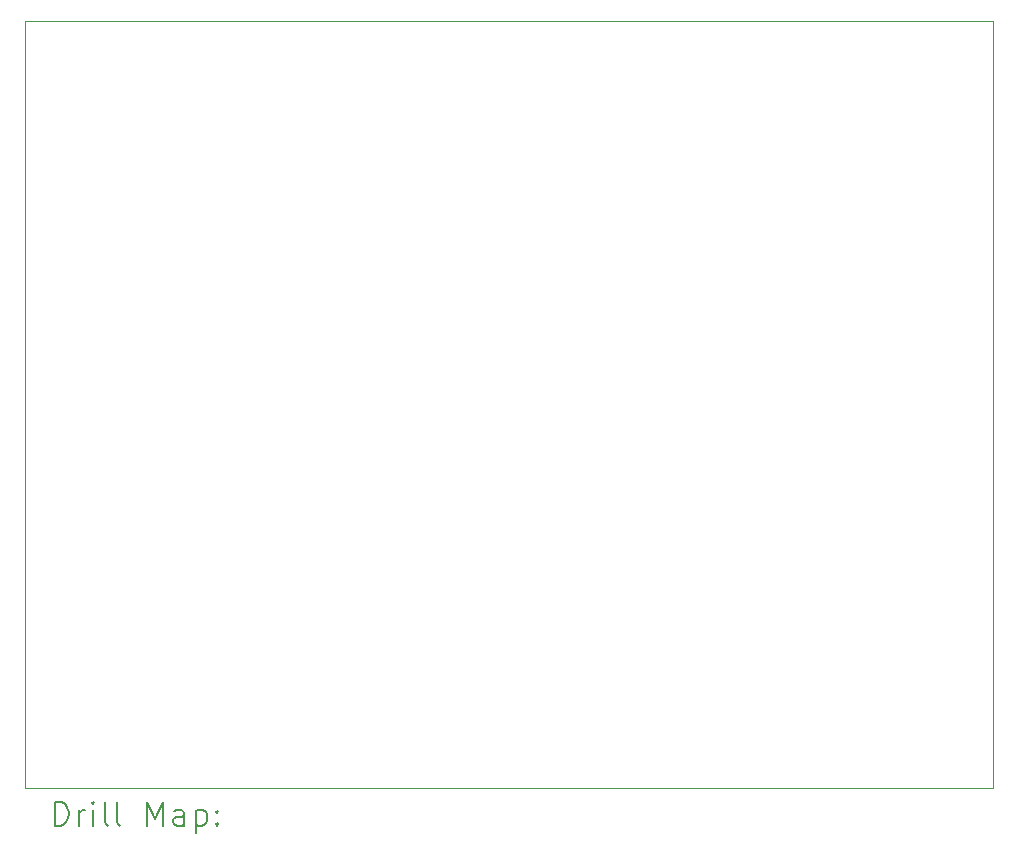
<source format=gbr>
%TF.GenerationSoftware,KiCad,Pcbnew,8.0.1*%
%TF.CreationDate,2024-08-10T06:45:48+02:00*%
%TF.ProjectId,2024-05-23 RC PCB,32303234-2d30-4352-9d32-332052432050,rev?*%
%TF.SameCoordinates,Original*%
%TF.FileFunction,Drillmap*%
%TF.FilePolarity,Positive*%
%FSLAX45Y45*%
G04 Gerber Fmt 4.5, Leading zero omitted, Abs format (unit mm)*
G04 Created by KiCad (PCBNEW 8.0.1) date 2024-08-10 06:45:48*
%MOMM*%
%LPD*%
G01*
G04 APERTURE LIST*
%ADD10C,0.050000*%
%ADD11C,0.200000*%
G04 APERTURE END LIST*
D10*
X7481000Y-2590000D02*
X15681000Y-2590000D01*
X15681000Y-9090000D01*
X7481000Y-9090000D01*
X7481000Y-2590000D01*
D11*
X7739277Y-9403984D02*
X7739277Y-9203984D01*
X7739277Y-9203984D02*
X7786896Y-9203984D01*
X7786896Y-9203984D02*
X7815467Y-9213508D01*
X7815467Y-9213508D02*
X7834515Y-9232555D01*
X7834515Y-9232555D02*
X7844039Y-9251603D01*
X7844039Y-9251603D02*
X7853562Y-9289698D01*
X7853562Y-9289698D02*
X7853562Y-9318270D01*
X7853562Y-9318270D02*
X7844039Y-9356365D01*
X7844039Y-9356365D02*
X7834515Y-9375412D01*
X7834515Y-9375412D02*
X7815467Y-9394460D01*
X7815467Y-9394460D02*
X7786896Y-9403984D01*
X7786896Y-9403984D02*
X7739277Y-9403984D01*
X7939277Y-9403984D02*
X7939277Y-9270650D01*
X7939277Y-9308746D02*
X7948801Y-9289698D01*
X7948801Y-9289698D02*
X7958324Y-9280174D01*
X7958324Y-9280174D02*
X7977372Y-9270650D01*
X7977372Y-9270650D02*
X7996420Y-9270650D01*
X8063086Y-9403984D02*
X8063086Y-9270650D01*
X8063086Y-9203984D02*
X8053562Y-9213508D01*
X8053562Y-9213508D02*
X8063086Y-9223031D01*
X8063086Y-9223031D02*
X8072610Y-9213508D01*
X8072610Y-9213508D02*
X8063086Y-9203984D01*
X8063086Y-9203984D02*
X8063086Y-9223031D01*
X8186896Y-9403984D02*
X8167848Y-9394460D01*
X8167848Y-9394460D02*
X8158324Y-9375412D01*
X8158324Y-9375412D02*
X8158324Y-9203984D01*
X8291658Y-9403984D02*
X8272610Y-9394460D01*
X8272610Y-9394460D02*
X8263086Y-9375412D01*
X8263086Y-9375412D02*
X8263086Y-9203984D01*
X8520229Y-9403984D02*
X8520229Y-9203984D01*
X8520229Y-9203984D02*
X8586896Y-9346841D01*
X8586896Y-9346841D02*
X8653563Y-9203984D01*
X8653563Y-9203984D02*
X8653563Y-9403984D01*
X8834515Y-9403984D02*
X8834515Y-9299222D01*
X8834515Y-9299222D02*
X8824991Y-9280174D01*
X8824991Y-9280174D02*
X8805944Y-9270650D01*
X8805944Y-9270650D02*
X8767848Y-9270650D01*
X8767848Y-9270650D02*
X8748801Y-9280174D01*
X8834515Y-9394460D02*
X8815467Y-9403984D01*
X8815467Y-9403984D02*
X8767848Y-9403984D01*
X8767848Y-9403984D02*
X8748801Y-9394460D01*
X8748801Y-9394460D02*
X8739277Y-9375412D01*
X8739277Y-9375412D02*
X8739277Y-9356365D01*
X8739277Y-9356365D02*
X8748801Y-9337317D01*
X8748801Y-9337317D02*
X8767848Y-9327793D01*
X8767848Y-9327793D02*
X8815467Y-9327793D01*
X8815467Y-9327793D02*
X8834515Y-9318270D01*
X8929753Y-9270650D02*
X8929753Y-9470650D01*
X8929753Y-9280174D02*
X8948801Y-9270650D01*
X8948801Y-9270650D02*
X8986896Y-9270650D01*
X8986896Y-9270650D02*
X9005944Y-9280174D01*
X9005944Y-9280174D02*
X9015467Y-9289698D01*
X9015467Y-9289698D02*
X9024991Y-9308746D01*
X9024991Y-9308746D02*
X9024991Y-9365889D01*
X9024991Y-9365889D02*
X9015467Y-9384936D01*
X9015467Y-9384936D02*
X9005944Y-9394460D01*
X9005944Y-9394460D02*
X8986896Y-9403984D01*
X8986896Y-9403984D02*
X8948801Y-9403984D01*
X8948801Y-9403984D02*
X8929753Y-9394460D01*
X9110705Y-9384936D02*
X9120229Y-9394460D01*
X9120229Y-9394460D02*
X9110705Y-9403984D01*
X9110705Y-9403984D02*
X9101182Y-9394460D01*
X9101182Y-9394460D02*
X9110705Y-9384936D01*
X9110705Y-9384936D02*
X9110705Y-9403984D01*
X9110705Y-9280174D02*
X9120229Y-9289698D01*
X9120229Y-9289698D02*
X9110705Y-9299222D01*
X9110705Y-9299222D02*
X9101182Y-9289698D01*
X9101182Y-9289698D02*
X9110705Y-9280174D01*
X9110705Y-9280174D02*
X9110705Y-9299222D01*
M02*

</source>
